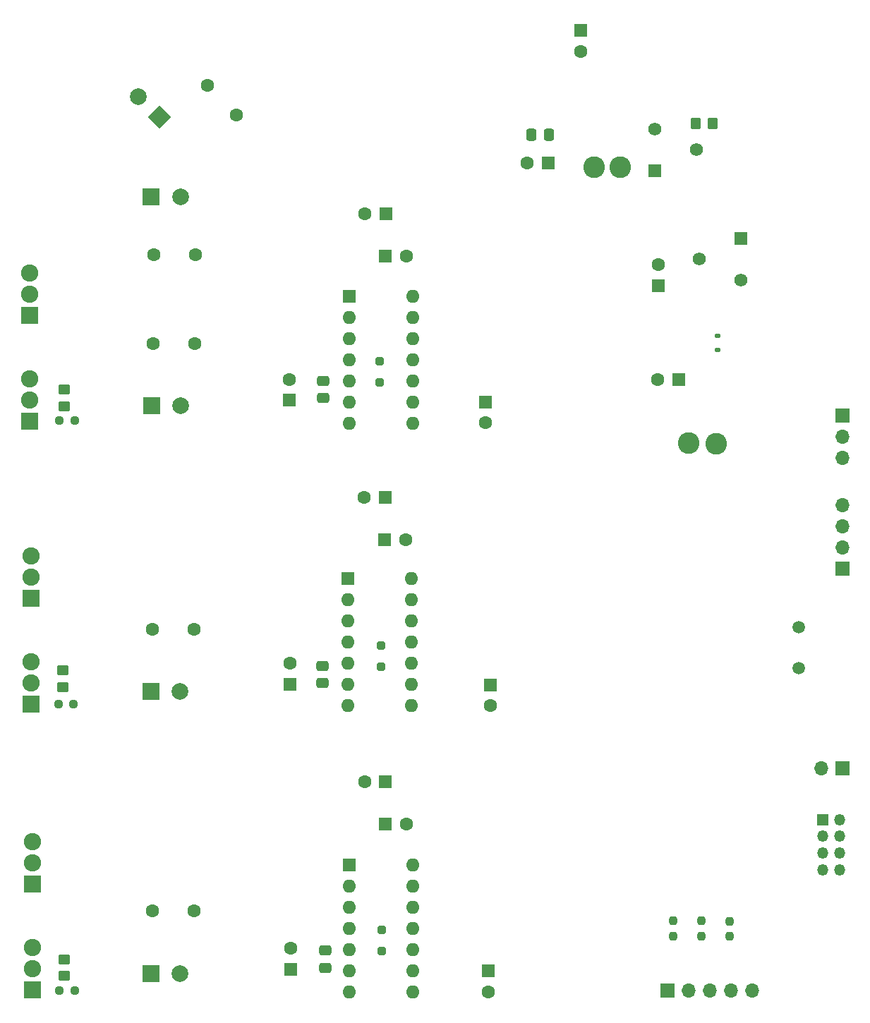
<source format=gbr>
%TF.GenerationSoftware,KiCad,Pcbnew,7.0.9*%
%TF.CreationDate,2024-01-15T08:13:50+05:30*%
%TF.ProjectId,controller_full6,636f6e74-726f-46c6-9c65-725f66756c6c,rev?*%
%TF.SameCoordinates,Original*%
%TF.FileFunction,Soldermask,Bot*%
%TF.FilePolarity,Negative*%
%FSLAX46Y46*%
G04 Gerber Fmt 4.6, Leading zero omitted, Abs format (unit mm)*
G04 Created by KiCad (PCBNEW 7.0.9) date 2024-01-15 08:13:50*
%MOMM*%
%LPD*%
G01*
G04 APERTURE LIST*
G04 Aperture macros list*
%AMRoundRect*
0 Rectangle with rounded corners*
0 $1 Rounding radius*
0 $2 $3 $4 $5 $6 $7 $8 $9 X,Y pos of 4 corners*
0 Add a 4 corners polygon primitive as box body*
4,1,4,$2,$3,$4,$5,$6,$7,$8,$9,$2,$3,0*
0 Add four circle primitives for the rounded corners*
1,1,$1+$1,$2,$3*
1,1,$1+$1,$4,$5*
1,1,$1+$1,$6,$7*
1,1,$1+$1,$8,$9*
0 Add four rect primitives between the rounded corners*
20,1,$1+$1,$2,$3,$4,$5,0*
20,1,$1+$1,$4,$5,$6,$7,0*
20,1,$1+$1,$6,$7,$8,$9,0*
20,1,$1+$1,$8,$9,$2,$3,0*%
%AMRotRect*
0 Rectangle, with rotation*
0 The origin of the aperture is its center*
0 $1 length*
0 $2 width*
0 $3 Rotation angle, in degrees counterclockwise*
0 Add horizontal line*
21,1,$1,$2,0,0,$3*%
G04 Aperture macros list end*
%ADD10R,1.700000X1.700000*%
%ADD11O,1.700000X1.700000*%
%ADD12C,1.500000*%
%ADD13R,2.000000X2.000000*%
%ADD14C,2.000000*%
%ADD15R,1.350000X1.350000*%
%ADD16O,1.350000X1.350000*%
%ADD17C,1.600000*%
%ADD18R,1.600000X1.600000*%
%ADD19R,2.070000X2.070000*%
%ADD20C,2.070000*%
%ADD21R,1.560000X1.560000*%
%ADD22C,1.560000*%
%ADD23C,2.600000*%
%ADD24O,1.600000X1.600000*%
%ADD25RotRect,2.000000X2.000000X135.000000*%
%ADD26RoundRect,0.250000X0.475000X-0.337500X0.475000X0.337500X-0.475000X0.337500X-0.475000X-0.337500X0*%
%ADD27RoundRect,0.237500X-0.237500X0.250000X-0.237500X-0.250000X0.237500X-0.250000X0.237500X0.250000X0*%
%ADD28RoundRect,0.250000X0.250000X-0.250000X0.250000X0.250000X-0.250000X0.250000X-0.250000X-0.250000X0*%
%ADD29RoundRect,0.237500X0.250000X0.237500X-0.250000X0.237500X-0.250000X-0.237500X0.250000X-0.237500X0*%
%ADD30RoundRect,0.250000X0.450000X-0.350000X0.450000X0.350000X-0.450000X0.350000X-0.450000X-0.350000X0*%
%ADD31RoundRect,0.250000X0.337500X0.475000X-0.337500X0.475000X-0.337500X-0.475000X0.337500X-0.475000X0*%
%ADD32RoundRect,0.140375X-0.200625X0.140375X-0.200625X-0.140375X0.200625X-0.140375X0.200625X0.140375X0*%
%ADD33RoundRect,0.138014X-0.202090X0.138013X-0.202090X-0.138013X0.202090X-0.138013X0.202090X0.138013X0*%
%ADD34RoundRect,0.250000X-0.350000X-0.450000X0.350000X-0.450000X0.350000X0.450000X-0.350000X0.450000X0*%
%ADD35RoundRect,0.250000X-0.475000X0.337500X-0.475000X-0.337500X0.475000X-0.337500X0.475000X0.337500X0*%
G04 APERTURE END LIST*
D10*
%TO.C,J2*%
X239500000Y-101400000D03*
D11*
X239500000Y-103940000D03*
X239500000Y-106480000D03*
%TD*%
D12*
%TO.C,Y1*%
X234280000Y-131680000D03*
X234280000Y-126780000D03*
%TD*%
D13*
%TO.C,C53*%
X156530000Y-168380000D03*
D14*
X160030000Y-168380000D03*
%TD*%
D15*
%TO.C,J3*%
X237150000Y-149860000D03*
D16*
X239150000Y-149860000D03*
X237150000Y-151860000D03*
X239150000Y-151860000D03*
X237150000Y-153860000D03*
X239150000Y-153860000D03*
X237150000Y-155860000D03*
X239150000Y-155860000D03*
%TD*%
D17*
%TO.C,C47*%
X156720000Y-127050000D03*
X161720000Y-127050000D03*
%TD*%
D18*
%TO.C,C9*%
X173272556Y-167807444D03*
D17*
X173272556Y-165307444D03*
%TD*%
%TO.C,C50*%
X156900000Y-82070000D03*
X161900000Y-82070000D03*
%TD*%
D19*
%TO.C,Q6*%
X141940000Y-89340000D03*
D20*
X141940000Y-86800000D03*
X141940000Y-84260000D03*
%TD*%
D18*
%TO.C,C25*%
X184710000Y-77180000D03*
D17*
X182210000Y-77180000D03*
%TD*%
D19*
%TO.C,Q2*%
X142330000Y-157600000D03*
D20*
X142330000Y-155060000D03*
X142330000Y-152520000D03*
%TD*%
D21*
%TO.C,RV1*%
X216970000Y-71990000D03*
D22*
X221970000Y-69490000D03*
X216970000Y-66990000D03*
%TD*%
D17*
%TO.C,C17*%
X173250000Y-131120000D03*
D18*
X173250000Y-133620000D03*
%TD*%
%TO.C,C7*%
X197012556Y-168047444D03*
D17*
X197012556Y-170547444D03*
%TD*%
D18*
%TO.C,C18*%
X184605113Y-111170000D03*
D17*
X182105113Y-111170000D03*
%TD*%
D10*
%TO.C,J4*%
X239500000Y-143685000D03*
D11*
X236960000Y-143685000D03*
%TD*%
D23*
%TO.C,L2*%
X212860000Y-71580000D03*
X209740000Y-71590000D03*
%TD*%
D19*
%TO.C,Q5*%
X141950000Y-102036026D03*
D20*
X141950000Y-99496026D03*
X141950000Y-96956026D03*
%TD*%
D18*
%TO.C,C10*%
X184660000Y-145350000D03*
D17*
X182160000Y-145350000D03*
%TD*%
D13*
%TO.C,C55*%
X156570000Y-75120000D03*
D14*
X160070000Y-75120000D03*
%TD*%
D23*
%TO.C,L1*%
X221030000Y-104710000D03*
X224320000Y-104760000D03*
%TD*%
D18*
%TO.C,C40*%
X208100000Y-55180000D03*
D17*
X208100000Y-57680000D03*
%TD*%
D20*
%TO.C,Q4*%
X142110000Y-118210000D03*
X142110000Y-120750000D03*
D19*
X142110000Y-123290000D03*
%TD*%
D18*
%TO.C,U1*%
X180352556Y-155307444D03*
D24*
X180352556Y-157847444D03*
X180352556Y-160387444D03*
X180352556Y-162927444D03*
X180352556Y-165467444D03*
X180352556Y-168007444D03*
X180352556Y-170547444D03*
X187972556Y-170547444D03*
X187972556Y-168007444D03*
X187972556Y-165467444D03*
X187972556Y-162927444D03*
X187972556Y-160387444D03*
X187972556Y-157847444D03*
X187972556Y-155307444D03*
%TD*%
D10*
%TO.C,J5*%
X239490000Y-119760000D03*
D11*
X239490000Y-117220000D03*
X239490000Y-114680000D03*
X239490000Y-112140000D03*
%TD*%
D13*
%TO.C,C51*%
X156610000Y-100170000D03*
D14*
X160110000Y-100170000D03*
%TD*%
D18*
%TO.C,C16*%
X184584888Y-116240000D03*
D17*
X187084888Y-116240000D03*
%TD*%
D13*
%TO.C,C52*%
X156550000Y-134520000D03*
D14*
X160050000Y-134520000D03*
%TD*%
D18*
%TO.C,U3*%
X180300000Y-87066250D03*
D24*
X180300000Y-89606250D03*
X180300000Y-92146250D03*
X180300000Y-94686250D03*
X180300000Y-97226250D03*
X180300000Y-99766250D03*
X180300000Y-102306250D03*
X187920000Y-102306250D03*
X187920000Y-99766250D03*
X187920000Y-97226250D03*
X187920000Y-94686250D03*
X187920000Y-92146250D03*
X187920000Y-89606250D03*
X187920000Y-87066250D03*
%TD*%
D18*
%TO.C,C41*%
X204192380Y-71030000D03*
D17*
X201692380Y-71030000D03*
%TD*%
D18*
%TO.C,C45*%
X219840000Y-97090000D03*
D17*
X217340000Y-97090000D03*
%TD*%
D10*
%TO.C,J1*%
X218510000Y-170340000D03*
D11*
X221050000Y-170340000D03*
X223590000Y-170340000D03*
X226130000Y-170340000D03*
X228670000Y-170340000D03*
%TD*%
D24*
%TO.C,U2*%
X187770000Y-120905000D03*
X187770000Y-123445000D03*
X187770000Y-125985000D03*
X187770000Y-128525000D03*
X187770000Y-131065000D03*
X187770000Y-133605000D03*
X187770000Y-136145000D03*
X180150000Y-136145000D03*
X180150000Y-133605000D03*
X180150000Y-131065000D03*
X180150000Y-128525000D03*
X180150000Y-125985000D03*
X180150000Y-123445000D03*
D18*
X180150000Y-120905000D03*
%TD*%
%TO.C,C8*%
X184684888Y-150410000D03*
D17*
X187184888Y-150410000D03*
%TD*%
D21*
%TO.C,RV2*%
X227290000Y-80107500D03*
D22*
X222290000Y-82607500D03*
X227290000Y-85107500D03*
%TD*%
D19*
%TO.C,Q1*%
X142330000Y-170300000D03*
D20*
X142330000Y-167760000D03*
X142330000Y-165220000D03*
%TD*%
D18*
%TO.C,C27*%
X184654888Y-82250000D03*
D17*
X187154888Y-82250000D03*
%TD*%
D20*
%TO.C,Q3*%
X142160000Y-130900000D03*
X142160000Y-133440000D03*
D19*
X142160000Y-135980000D03*
%TD*%
D17*
%TO.C,C46*%
X156810000Y-92720000D03*
X161810000Y-92720000D03*
%TD*%
D18*
%TO.C,C24*%
X173120000Y-99516250D03*
D17*
X173120000Y-97016250D03*
%TD*%
D18*
%TO.C,C15*%
X197260000Y-133710224D03*
D17*
X197260000Y-136210224D03*
%TD*%
D18*
%TO.C,C44*%
X217402502Y-85777500D03*
D17*
X217402502Y-83277500D03*
%TD*%
D18*
%TO.C,C23*%
X196700000Y-99756250D03*
D17*
X196700000Y-102256250D03*
%TD*%
%TO.C,C49*%
X163282233Y-61742233D03*
X166817767Y-65277767D03*
%TD*%
%TO.C,C48*%
X156710000Y-160830000D03*
X161710000Y-160830000D03*
%TD*%
D25*
%TO.C,C54*%
X157524874Y-65544874D03*
D14*
X155050000Y-63070000D03*
%TD*%
D26*
%TO.C,C26*%
X177200000Y-99297500D03*
X177200000Y-97222500D03*
%TD*%
D27*
%TO.C,R3*%
X225960000Y-162067500D03*
X225960000Y-163892500D03*
%TD*%
D28*
%TO.C,D6*%
X184160000Y-131497724D03*
X184160000Y-128997724D03*
%TD*%
D29*
%TO.C,R11*%
X147362500Y-170370000D03*
X145537500Y-170370000D03*
%TD*%
D30*
%TO.C,R23*%
X145980000Y-131980000D03*
X145980000Y-133980000D03*
%TD*%
D31*
%TO.C,C43*%
X204257500Y-67680000D03*
X202182500Y-67680000D03*
%TD*%
D32*
%TO.C,Z2*%
X224510000Y-91830000D03*
D33*
X224510000Y-93476778D03*
%TD*%
D27*
%TO.C,R1*%
X219170000Y-162027500D03*
X219170000Y-163852500D03*
%TD*%
D26*
%TO.C,C56*%
X177130000Y-131412500D03*
X177130000Y-133487500D03*
%TD*%
D34*
%TO.C,R21*%
X221920000Y-66360000D03*
X223920000Y-66360000D03*
%TD*%
D30*
%TO.C,R22*%
X146160000Y-168610000D03*
X146160000Y-166610000D03*
%TD*%
D29*
%TO.C,R19*%
X147392500Y-101990000D03*
X145567500Y-101990000D03*
%TD*%
D35*
%TO.C,C57*%
X177482556Y-165559944D03*
X177482556Y-167634944D03*
%TD*%
D28*
%TO.C,D9*%
X183970000Y-97383750D03*
X183970000Y-94883750D03*
%TD*%
%TO.C,D3*%
X184192556Y-165617444D03*
X184192556Y-163117444D03*
%TD*%
D30*
%TO.C,R24*%
X146160000Y-100250000D03*
X146160000Y-98250000D03*
%TD*%
D27*
%TO.C,R2*%
X222610000Y-162010000D03*
X222610000Y-163835000D03*
%TD*%
D29*
%TO.C,R14*%
X147242500Y-135970000D03*
X145417500Y-135970000D03*
%TD*%
M02*

</source>
